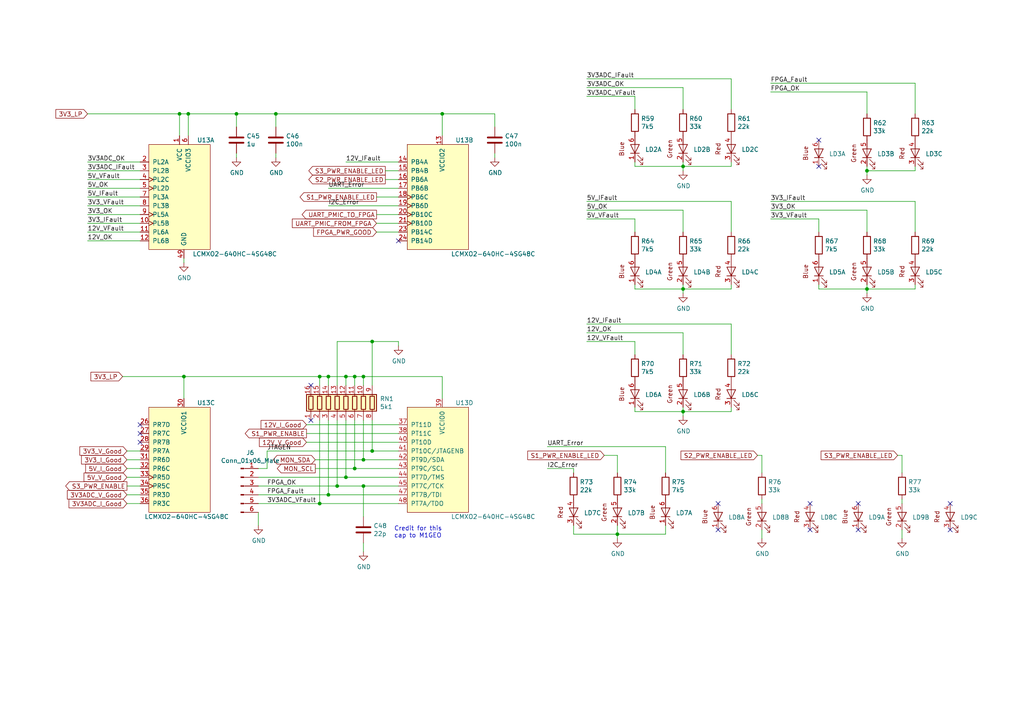
<source format=kicad_sch>
(kicad_sch (version 20210126) (generator eeschema)
  (paper "A4")
  (lib_symbols
    (symbol "Connector:Conn_01x06_Male" (pin_names (offset 1.016) hide)
      (property "Reference" "J" (at 0 7.62 0))
      (property "Value" "Conn_01x06_Male" (at 0 -10.16 0))
      (symbol "Conn_01x06_Male_1_1"
        (rectangle (start 0.8636 -7.493) (end 0 -7.747) (stroke (width 0.1524)) (fill (type outline)))
        (rectangle (start 0.8636 -4.953) (end 0 -5.207) (stroke (width 0.1524)) (fill (type outline)))
        (rectangle (start 0.8636 -2.413) (end 0 -2.667) (stroke (width 0.1524)) (fill (type outline)))
        (rectangle (start 0.8636 0.127) (end 0 -0.127) (stroke (width 0.1524)) (fill (type outline)))
        (rectangle (start 0.8636 2.667) (end 0 2.413) (stroke (width 0.1524)) (fill (type outline)))
        (rectangle (start 0.8636 5.207) (end 0 4.953) (stroke (width 0.1524)) (fill (type outline)))
        (polyline (pts (xy 1.27 -7.62) (xy 0.8636 -7.62)) (stroke (width 0.1524)))
        (polyline (pts (xy 1.27 -5.08) (xy 0.8636 -5.08)) (stroke (width 0.1524)))
        (polyline (pts (xy 1.27 -2.54) (xy 0.8636 -2.54)) (stroke (width 0.1524)))
        (polyline (pts (xy 1.27 0) (xy 0.8636 0)) (stroke (width 0.1524)))
        (polyline (pts (xy 1.27 2.54) (xy 0.8636 2.54)) (stroke (width 0.1524)))
        (polyline (pts (xy 1.27 5.08) (xy 0.8636 5.08)) (stroke (width 0.1524)))
        (pin passive line (at 5.08 5.08 180) (length 3.81) (name "Pin_1") (number "1"))
        (pin passive line (at 5.08 2.54 180) (length 3.81) (name "Pin_2") (number "2"))
        (pin passive line (at 5.08 0 180) (length 3.81) (name "Pin_3") (number "3"))
        (pin passive line (at 5.08 -2.54 180) (length 3.81) (name "Pin_4") (number "4"))
        (pin passive line (at 5.08 -5.08 180) (length 3.81) (name "Pin_5") (number "5"))
        (pin passive line (at 5.08 -7.62 180) (length 3.81) (name "Pin_6") (number "6"))
      )
    )
    (symbol "Device:C" (pin_numbers hide) (pin_names (offset 0.254))
      (property "Reference" "C" (at 0.635 2.54 0))
      (property "Value" "C" (at 0.635 -2.54 0))
      (symbol "C_0_1"
        (polyline (pts (xy -2.032 -0.762) (xy 2.032 -0.762)) (stroke (width 0.508)))
        (polyline (pts (xy -2.032 0.762) (xy 2.032 0.762)) (stroke (width 0.508)))
      )
      (symbol "C_1_1"
        (pin passive line (at 0 3.81 270) (length 2.794) (name "~") (number "1"))
        (pin passive line (at 0 -3.81 90) (length 2.794) (name "~") (number "2"))
      )
    )
    (symbol "Device:R" (pin_numbers hide) (pin_names (offset 0))
      (property "Reference" "R" (at 2.032 0 90))
      (property "Value" "R" (at 0 0 90))
      (symbol "R_0_1"
        (rectangle (start -1.016 -2.54) (end 1.016 2.54) (stroke (width 0.254)))
      )
      (symbol "R_1_1"
        (pin passive line (at 0 3.81 270) (length 1.27) (name "~") (number "1"))
        (pin passive line (at 0 -3.81 90) (length 1.27) (name "~") (number "2"))
      )
    )
    (symbol "Device:R_Pack08" (pin_names (offset 0) hide)
      (property "Reference" "RN" (at -12.7 0 90))
      (property "Value" "R_Pack08" (at 10.16 0 90))
      (symbol "R_Pack08_0_1"
        (rectangle (start -10.795 1.905) (end -9.525 -1.905) (stroke (width 0.254)))
        (rectangle (start -8.255 1.905) (end -6.985 -1.905) (stroke (width 0.254)))
        (rectangle (start -5.715 1.905) (end -4.445 -1.905) (stroke (width 0.254)))
        (rectangle (start -3.175 1.905) (end -1.905 -1.905) (stroke (width 0.254)))
        (rectangle (start -0.635 1.905) (end 0.635 -1.905) (stroke (width 0.254)))
        (rectangle (start 1.905 1.905) (end 3.175 -1.905) (stroke (width 0.254)))
        (rectangle (start 4.445 1.905) (end 5.715 -1.905) (stroke (width 0.254)))
        (rectangle (start 6.985 1.905) (end 8.255 -1.905) (stroke (width 0.254)))
        (rectangle (start -11.43 -2.413) (end 8.89 2.413) (stroke (width 0.254)) (fill (type background)))
        (polyline (pts (xy -10.16 -2.54) (xy -10.16 -1.905)))
        (polyline (pts (xy -10.16 1.905) (xy -10.16 2.54)))
        (polyline (pts (xy -7.62 -2.54) (xy -7.62 -1.905)))
        (polyline (pts (xy -7.62 1.905) (xy -7.62 2.54)))
        (polyline (pts (xy -5.08 -2.54) (xy -5.08 -1.905)))
        (polyline (pts (xy -5.08 1.905) (xy -5.08 2.54)))
        (polyline (pts (xy -2.54 -2.54) (xy -2.54 -1.905)))
        (polyline (pts (xy -2.54 1.905) (xy -2.54 2.54)))
        (polyline (pts (xy 0 -2.54) (xy 0 -1.905)))
        (polyline (pts (xy 0 1.905) (xy 0 2.54)))
        (polyline (pts (xy 2.54 -2.54) (xy 2.54 -1.905)))
        (polyline (pts (xy 2.54 1.905) (xy 2.54 2.54)))
        (polyline (pts (xy 5.08 -2.54) (xy 5.08 -1.905)))
        (polyline (pts (xy 5.08 1.905) (xy 5.08 2.54)))
        (polyline (pts (xy 7.62 -2.54) (xy 7.62 -1.905)))
        (polyline (pts (xy 7.62 1.905) (xy 7.62 2.54)))
      )
      (symbol "R_Pack08_1_1"
        (pin passive line (at -10.16 -5.08 90) (length 2.54) (name "R1.1") (number "1"))
        (pin passive line (at 5.08 5.08 270) (length 2.54) (name "R7.2") (number "10"))
        (pin passive line (at 2.54 5.08 270) (length 2.54) (name "R6.2") (number "11"))
        (pin passive line (at 0 5.08 270) (length 2.54) (name "R5.2") (number "12"))
        (pin passive line (at -2.54 5.08 270) (length 2.54) (name "R4.2") (number "13"))
        (pin passive line (at -5.08 5.08 270) (length 2.54) (name "R3.2") (number "14"))
        (pin passive line (at -7.62 5.08 270) (length 2.54) (name "R2.2") (number "15"))
        (pin passive line (at -10.16 5.08 270) (length 2.54) (name "R1.2") (number "16"))
        (pin passive line (at -7.62 -5.08 90) (length 2.54) (name "R2.1") (number "2"))
        (pin passive line (at -5.08 -5.08 90) (length 2.54) (name "R3.1") (number "3"))
        (pin passive line (at -2.54 -5.08 90) (length 2.54) (name "R4.1") (number "4"))
        (pin passive line (at 0 -5.08 90) (length 2.54) (name "R5.1") (number "5"))
        (pin passive line (at 2.54 -5.08 90) (length 2.54) (name "R6.1") (number "6"))
        (pin passive line (at 5.08 -5.08 90) (length 2.54) (name "R7.1") (number "7"))
        (pin passive line (at 7.62 -5.08 90) (length 2.54) (name "R8.1") (number "8"))
        (pin passive line (at 7.62 5.08 270) (length 2.54) (name "R8.2") (number "9"))
      )
    )
    (symbol "IC_WUT:FPGA_Lattice_LCMXO2-640HC-4SG48C" (pin_names (offset 1.016))
      (property "Reference" "U" (at 3.81 16.51 0))
      (property "Value" "FPGA_Lattice_LCMXO2-640HC-4SG48C" (at 20.32 -16.51 0))
      (symbol "FPGA_Lattice_LCMXO2-640HC-4SG48C_0_1"
        (rectangle (start -10.16 15.24) (end 7.62 -15.24) (fill (type background)))
      )
      (symbol "FPGA_Lattice_LCMXO2-640HC-4SG48C_1_1"
        (pin power_in line (at -1.27 17.78 270) (length 2.54) (name "VCC") (number "1"))
        (pin bidirectional clock (at -12.7 -7.62 0) (length 2.54) (name "PL5B") (number "10"))
        (pin bidirectional line (at -12.7 -10.16 0) (length 2.54) (name "PL6A") (number "11"))
        (pin bidirectional line (at -12.7 -12.7 0) (length 2.54) (name "PL6B") (number "12"))
        (pin bidirectional line (at -12.7 10.16 0) (length 2.54) (name "PL2A") (number "2"))
        (pin power_in line (at -1.27 17.78 270) (length 2.54) hide (name "VCC") (number "25"))
        (pin bidirectional line (at -12.7 7.62 0) (length 2.54) (name "PL2B~") (number "3"))
        (pin bidirectional clock (at -12.7 5.08 0) (length 2.54) (name "PL2C") (number "4"))
        (pin power_in line (at 0 -17.78 90) (length 2.54) (name "GND") (number "49"))
        (pin bidirectional clock (at -12.7 2.54 0) (length 2.54) (name "PL2D") (number "5"))
        (pin power_in line (at 1.27 17.78 270) (length 2.54) (name "VCCIO3") (number "6"))
        (pin bidirectional line (at -12.7 0 0) (length 2.54) (name "PL3A") (number "7"))
        (pin bidirectional line (at -12.7 -2.54 0) (length 2.54) (name "PL3B") (number "8"))
        (pin bidirectional clock (at -12.7 -5.08 0) (length 2.54) (name "PL5A") (number "9"))
      )
      (symbol "FPGA_Lattice_LCMXO2-640HC-4SG48C_2_1"
        (pin power_in line (at 0 17.78 270) (length 2.54) (name "VCCIO2") (number "13"))
        (pin bidirectional line (at -12.7 10.16 0) (length 2.54) (name "PB4A") (number "14"))
        (pin bidirectional line (at -12.7 7.62 0) (length 2.54) (name "PB4B") (number "15"))
        (pin bidirectional line (at -12.7 5.08 0) (length 2.54) (name "PB6A") (number "16"))
        (pin bidirectional line (at -12.7 2.54 0) (length 2.54) (name "PB6B") (number "17"))
        (pin bidirectional clock (at -12.7 0 0) (length 2.54) (name "PB6C") (number "18"))
        (pin bidirectional clock (at -12.7 -2.54 0) (length 2.54) (name "PB6D") (number "19"))
        (pin bidirectional clock (at -12.7 -5.08 0) (length 2.54) (name "PB10C") (number "20"))
        (pin bidirectional clock (at -12.7 -7.62 0) (length 2.54) (name "PB10D") (number "21"))
        (pin power_in line (at 0 17.78 270) (length 2.54) hide (name "VCCIO2") (number "22"))
        (pin bidirectional line (at -12.7 -10.16 0) (length 2.54) (name "PB14C") (number "23"))
        (pin bidirectional line (at -12.7 -12.7 0) (length 2.54) (name "PB14D") (number "24"))
      )
      (symbol "FPGA_Lattice_LCMXO2-640HC-4SG48C_3_1"
        (pin bidirectional line (at -12.7 10.16 0) (length 2.54) (name "PR7D") (number "26"))
        (pin bidirectional line (at -12.7 7.62 0) (length 2.54) (name "PR7C") (number "27"))
        (pin bidirectional line (at -12.7 5.08 0) (length 2.54) (name "PR7B") (number "28"))
        (pin bidirectional line (at -12.7 2.54 0) (length 2.54) (name "PR7A") (number "29"))
        (pin power_in line (at 0 17.78 270) (length 2.54) (name "VCCIO1") (number "30"))
        (pin bidirectional line (at -12.7 0 0) (length 2.54) (name "PR6D") (number "31"))
        (pin bidirectional line (at -12.7 -2.54 0) (length 2.54) (name "PR6C") (number "32"))
        (pin bidirectional clock (at -12.7 -5.08 0) (length 2.54) (name "PR5D") (number "33"))
        (pin bidirectional clock (at -12.7 -7.62 0) (length 2.54) (name "PR5C") (number "34"))
        (pin bidirectional line (at -12.7 -10.16 0) (length 2.54) (name "PR3D") (number "35"))
        (pin bidirectional line (at -12.7 -12.7 0) (length 2.54) (name "PR3C") (number "36"))
      )
      (symbol "FPGA_Lattice_LCMXO2-640HC-4SG48C_4_1"
        (pin bidirectional line (at -12.7 10.16 0) (length 2.54) (name "PT11D") (number "37"))
        (pin bidirectional line (at -12.7 7.62 0) (length 2.54) (name "PT11C") (number "38"))
        (pin power_in line (at 0 17.78 270) (length 2.54) (name "VCCIO0") (number "39"))
        (pin bidirectional line (at -12.7 5.08 0) (length 2.54) (name "PT10D") (number "40"))
        (pin bidirectional line (at -12.7 2.54 0) (length 2.54) (name "PT10C/JTAGENB") (number "41"))
        (pin bidirectional line (at -12.7 0 0) (length 2.54) (name "PT9D/SDA") (number "42"))
        (pin bidirectional line (at -12.7 -2.54 0) (length 2.54) (name "PT9C/SCL") (number "43"))
        (pin bidirectional line (at -12.7 -5.08 0) (length 2.54) (name "PT7D/TMS") (number "44"))
        (pin bidirectional line (at -12.7 -7.62 0) (length 2.54) (name "PT7C/TCK") (number "45"))
        (pin power_in line (at 0 17.78 270) (length 2.54) hide (name "VCCIO0") (number "46"))
        (pin bidirectional line (at -12.7 -10.16 0) (length 2.54) (name "PT7B/TDI") (number "47"))
        (pin bidirectional line (at -12.7 -12.7 0) (length 2.54) (name "PT7A/TDO") (number "48"))
      )
    )
    (symbol "LED_WUT:LED_Cree_CLX6E-FKC" (pin_names (offset 1.016))
      (property "Reference" "LD" (at 2.54 -2.54 0))
      (symbol "LED_Cree_CLX6E-FKC_1_0"
        (text "Blue" (at 0 3.81 0) (effects (font (size 1.27 1.27))))
      )
      (symbol "LED_Cree_CLX6E-FKC_1_1"
        (polyline (pts (xy -1.27 -1.27) (xy -1.27 1.27)) (stroke (width 0.2032)))
        (polyline (pts (xy -1.27 0) (xy 1.27 0)))
        (polyline (pts (xy 1.27 -1.27) (xy 1.27 1.27) (xy -1.27 0) (xy 1.27 -1.27)) (stroke (width 0.2032)))
        (polyline (pts (xy -3.048 -0.762) (xy -4.572 -2.286) (xy -3.81 -2.286) (xy -4.572 -2.286) (xy -4.572 -1.524)))
        (polyline (pts (xy -1.778 -0.762) (xy -3.302 -2.286) (xy -2.54 -2.286) (xy -3.302 -2.286) (xy -3.302 -1.524)))
        (pin passive line (at -3.81 0 0) (length 2.54) (name "~") (number "1"))
        (pin passive line (at 3.81 0 180) (length 2.54) (name "~") (number "6"))
      )
      (symbol "LED_Cree_CLX6E-FKC_2_1"
        (text "Green" (at 0 3.81 0) (effects (font (size 1.27 1.27))))
        (polyline (pts (xy -1.27 -1.27) (xy -1.27 1.27)) (stroke (width 0.2032)))
        (polyline (pts (xy -1.27 0) (xy 1.27 0)))
        (polyline (pts (xy 1.27 -1.27) (xy 1.27 1.27) (xy -1.27 0) (xy 1.27 -1.27)) (stroke (width 0.2032)))
        (polyline (pts (xy -3.048 -0.762) (xy -4.572 -2.286) (xy -3.81 -2.286) (xy -4.572 -2.286) (xy -4.572 -1.524)))
        (polyline (pts (xy -1.778 -0.762) (xy -3.302 -2.286) (xy -2.54 -2.286) (xy -3.302 -2.286) (xy -3.302 -1.524)))
        (pin passive line (at -3.81 0 0) (length 2.54) (name "~") (number "2"))
        (pin passive line (at 3.81 0 180) (length 2.54) (name "~") (number "5"))
      )
      (symbol "LED_Cree_CLX6E-FKC_3_1"
        (text "Red" (at 0 3.81 0) (effects (font (size 1.27 1.27))))
        (polyline (pts (xy -1.27 -1.27) (xy -1.27 1.27)) (stroke (width 0.2032)))
        (polyline (pts (xy -1.27 0) (xy 1.27 0)))
        (polyline (pts (xy 1.27 -1.27) (xy 1.27 1.27) (xy -1.27 0) (xy 1.27 -1.27)) (stroke (width 0.2032)))
        (polyline (pts (xy -3.048 -0.762) (xy -4.572 -2.286) (xy -3.81 -2.286) (xy -4.572 -2.286) (xy -4.572 -1.524)))
        (polyline (pts (xy -1.778 -0.762) (xy -3.302 -2.286) (xy -2.54 -2.286) (xy -3.302 -2.286) (xy -3.302 -1.524)))
        (pin passive line (at -3.81 0 0) (length 2.54) (name "~") (number "3"))
        (pin passive line (at 3.81 0 180) (length 2.54) (name "~") (number "4"))
      )
    )
    (symbol "power:GND" (power) (pin_names (offset 0))
      (property "Value" "GND" (at 0 -3.81 0))
      (symbol "GND_0_1"
        (polyline (pts (xy 0 0) (xy 0 -1.27) (xy 1.27 -1.27) (xy 0 -2.54) (xy -1.27 -1.27) (xy 0 -1.27)))
      )
      (symbol "GND_1_1"
        (pin power_in line (at 0 0 270) (length 0) hide (name "GND") (number "1"))
      )
    )
  )
  (junction (at 52.07 33.02) (diameter 0.9144))
  (junction (at 53.34 109.22) (diameter 0.9144))
  (junction (at 54.61 33.02) (diameter 0.9144))
  (junction (at 68.58 33.02) (diameter 0.9144))
  (junction (at 80.01 33.02) (diameter 0.9144))
  (junction (at 92.71 109.22) (diameter 0.9144))
  (junction (at 92.71 146.05) (diameter 0.9144))
  (junction (at 95.25 109.22) (diameter 0.9144))
  (junction (at 95.25 143.51) (diameter 0.9144))
  (junction (at 97.79 140.97) (diameter 0.9144))
  (junction (at 100.33 109.22) (diameter 0.9144))
  (junction (at 100.33 138.43) (diameter 0.9144))
  (junction (at 102.87 109.22) (diameter 0.9144))
  (junction (at 102.87 135.89) (diameter 0.9144))
  (junction (at 105.41 109.22) (diameter 0.9144))
  (junction (at 105.41 133.35) (diameter 0.9144))
  (junction (at 105.41 140.97) (diameter 0.9144))
  (junction (at 107.95 99.06) (diameter 0.9144))
  (junction (at 107.95 130.81) (diameter 0.9144))
  (junction (at 128.27 33.02) (diameter 0.9144))
  (junction (at 179.07 154.94) (diameter 0.9144))
  (junction (at 198.12 48.26) (diameter 0.9144))
  (junction (at 198.12 83.82) (diameter 0.9144))
  (junction (at 198.12 119.38) (diameter 0.9144))
  (junction (at 251.46 49.53) (diameter 0.9144))
  (junction (at 251.46 83.82) (diameter 0.9144))
  (no_connect (at 40.64 123.19))
  (no_connect (at 40.64 125.73))
  (no_connect (at 40.64 128.27))
  (no_connect (at 90.17 111.76))
  (no_connect (at 90.17 121.92))
  (no_connect (at 115.57 69.85))
  (no_connect (at 208.28 146.05))
  (no_connect (at 208.28 153.67))
  (no_connect (at 234.95 146.05))
  (no_connect (at 234.95 153.67))
  (no_connect (at 237.49 40.64))
  (no_connect (at 237.49 48.26))
  (no_connect (at 248.92 146.05))
  (no_connect (at 248.92 153.67))
  (no_connect (at 275.59 146.05))
  (no_connect (at 275.59 153.67))
  (wire (pts (xy 25.4 33.02) (xy 52.07 33.02)))
  (wire (pts (xy 25.4 46.99) (xy 40.64 46.99)))
  (wire (pts (xy 25.4 49.53) (xy 40.64 49.53)))
  (wire (pts (xy 25.4 52.07) (xy 40.64 52.07)))
  (wire (pts (xy 25.4 54.61) (xy 40.64 54.61)))
  (wire (pts (xy 25.4 57.15) (xy 40.64 57.15)))
  (wire (pts (xy 25.4 59.69) (xy 40.64 59.69)))
  (wire (pts (xy 25.4 62.23) (xy 40.64 62.23)))
  (wire (pts (xy 25.4 64.77) (xy 40.64 64.77)))
  (wire (pts (xy 25.4 67.31) (xy 40.64 67.31)))
  (wire (pts (xy 25.4 69.85) (xy 40.64 69.85)))
  (wire (pts (xy 35.56 109.22) (xy 53.34 109.22)))
  (wire (pts (xy 36.83 130.81) (xy 40.64 130.81)))
  (wire (pts (xy 36.83 133.35) (xy 40.64 133.35)))
  (wire (pts (xy 36.83 135.89) (xy 40.64 135.89)))
  (wire (pts (xy 36.83 138.43) (xy 40.64 138.43)))
  (wire (pts (xy 36.83 140.97) (xy 40.64 140.97)))
  (wire (pts (xy 36.83 143.51) (xy 40.64 143.51)))
  (wire (pts (xy 40.64 146.05) (xy 36.83 146.05)))
  (wire (pts (xy 52.07 33.02) (xy 54.61 33.02)))
  (wire (pts (xy 52.07 39.37) (xy 52.07 33.02)))
  (wire (pts (xy 53.34 76.2) (xy 53.34 74.93)))
  (wire (pts (xy 53.34 109.22) (xy 92.71 109.22)))
  (wire (pts (xy 53.34 115.57) (xy 53.34 109.22)))
  (wire (pts (xy 54.61 33.02) (xy 68.58 33.02)))
  (wire (pts (xy 54.61 39.37) (xy 54.61 33.02)))
  (wire (pts (xy 68.58 33.02) (xy 80.01 33.02)))
  (wire (pts (xy 68.58 36.83) (xy 68.58 33.02)))
  (wire (pts (xy 68.58 45.72) (xy 68.58 44.45)))
  (wire (pts (xy 74.93 138.43) (xy 100.33 138.43)))
  (wire (pts (xy 74.93 140.97) (xy 97.79 140.97)))
  (wire (pts (xy 74.93 143.51) (xy 95.25 143.51)))
  (wire (pts (xy 74.93 146.05) (xy 92.71 146.05)))
  (wire (pts (xy 74.93 152.4) (xy 74.93 148.59)))
  (wire (pts (xy 77.47 130.81) (xy 77.47 135.89)))
  (wire (pts (xy 77.47 130.81) (xy 107.95 130.81)))
  (wire (pts (xy 77.47 135.89) (xy 74.93 135.89)))
  (wire (pts (xy 80.01 33.02) (xy 128.27 33.02)))
  (wire (pts (xy 80.01 36.83) (xy 80.01 33.02)))
  (wire (pts (xy 80.01 45.72) (xy 80.01 44.45)))
  (wire (pts (xy 88.9 123.19) (xy 115.57 123.19)))
  (wire (pts (xy 88.9 128.27) (xy 115.57 128.27)))
  (wire (pts (xy 92.71 109.22) (xy 95.25 109.22)))
  (wire (pts (xy 92.71 111.76) (xy 92.71 109.22)))
  (wire (pts (xy 92.71 121.92) (xy 92.71 146.05)))
  (wire (pts (xy 92.71 146.05) (xy 115.57 146.05)))
  (wire (pts (xy 95.25 54.61) (xy 115.57 54.61)))
  (wire (pts (xy 95.25 59.69) (xy 115.57 59.69)))
  (wire (pts (xy 95.25 109.22) (xy 100.33 109.22)))
  (wire (pts (xy 95.25 111.76) (xy 95.25 109.22)))
  (wire (pts (xy 95.25 121.92) (xy 95.25 143.51)))
  (wire (pts (xy 95.25 143.51) (xy 115.57 143.51)))
  (wire (pts (xy 97.79 99.06) (xy 97.79 111.76)))
  (wire (pts (xy 97.79 121.92) (xy 97.79 140.97)))
  (wire (pts (xy 97.79 140.97) (xy 105.41 140.97)))
  (wire (pts (xy 100.33 46.99) (xy 115.57 46.99)))
  (wire (pts (xy 100.33 109.22) (xy 102.87 109.22)))
  (wire (pts (xy 100.33 111.76) (xy 100.33 109.22)))
  (wire (pts (xy 100.33 121.92) (xy 100.33 138.43)))
  (wire (pts (xy 100.33 138.43) (xy 115.57 138.43)))
  (wire (pts (xy 102.87 109.22) (xy 105.41 109.22)))
  (wire (pts (xy 102.87 111.76) (xy 102.87 109.22)))
  (wire (pts (xy 102.87 121.92) (xy 102.87 135.89)))
  (wire (pts (xy 102.87 135.89) (xy 91.44 135.89)))
  (wire (pts (xy 102.87 135.89) (xy 115.57 135.89)))
  (wire (pts (xy 105.41 109.22) (xy 128.27 109.22)))
  (wire (pts (xy 105.41 111.76) (xy 105.41 109.22)))
  (wire (pts (xy 105.41 121.92) (xy 105.41 133.35)))
  (wire (pts (xy 105.41 133.35) (xy 91.44 133.35)))
  (wire (pts (xy 105.41 133.35) (xy 115.57 133.35)))
  (wire (pts (xy 105.41 140.97) (xy 115.57 140.97)))
  (wire (pts (xy 105.41 149.86) (xy 105.41 140.97)))
  (wire (pts (xy 105.41 160.02) (xy 105.41 157.48)))
  (wire (pts (xy 107.95 99.06) (xy 97.79 99.06)))
  (wire (pts (xy 107.95 111.76) (xy 107.95 99.06)))
  (wire (pts (xy 107.95 121.92) (xy 107.95 130.81)))
  (wire (pts (xy 107.95 130.81) (xy 115.57 130.81)))
  (wire (pts (xy 109.22 67.31) (xy 115.57 67.31)))
  (wire (pts (xy 111.76 49.53) (xy 115.57 49.53)))
  (wire (pts (xy 111.76 52.07) (xy 115.57 52.07)))
  (wire (pts (xy 115.57 57.15) (xy 109.22 57.15)))
  (wire (pts (xy 115.57 62.23) (xy 109.22 62.23)))
  (wire (pts (xy 115.57 64.77) (xy 109.22 64.77)))
  (wire (pts (xy 115.57 99.06) (xy 107.95 99.06)))
  (wire (pts (xy 115.57 100.33) (xy 115.57 99.06)))
  (wire (pts (xy 115.57 125.73) (xy 88.9 125.73)))
  (wire (pts (xy 128.27 33.02) (xy 143.51 33.02)))
  (wire (pts (xy 128.27 39.37) (xy 128.27 33.02)))
  (wire (pts (xy 128.27 109.22) (xy 128.27 115.57)))
  (wire (pts (xy 143.51 36.83) (xy 143.51 33.02)))
  (wire (pts (xy 143.51 45.72) (xy 143.51 44.45)))
  (wire (pts (xy 166.37 135.89) (xy 158.75 135.89)))
  (wire (pts (xy 166.37 137.16) (xy 166.37 135.89)))
  (wire (pts (xy 166.37 152.4) (xy 166.37 154.94)))
  (wire (pts (xy 175.26 132.08) (xy 179.07 132.08)))
  (wire (pts (xy 179.07 137.16) (xy 179.07 132.08)))
  (wire (pts (xy 179.07 152.4) (xy 179.07 154.94)))
  (wire (pts (xy 179.07 154.94) (xy 166.37 154.94)))
  (wire (pts (xy 179.07 156.21) (xy 179.07 154.94)))
  (wire (pts (xy 184.15 27.94) (xy 170.18 27.94)))
  (wire (pts (xy 184.15 27.94) (xy 184.15 31.75)))
  (wire (pts (xy 184.15 46.99) (xy 184.15 48.26)))
  (wire (pts (xy 184.15 48.26) (xy 198.12 48.26)))
  (wire (pts (xy 184.15 63.5) (xy 170.18 63.5)))
  (wire (pts (xy 184.15 63.5) (xy 184.15 67.31)))
  (wire (pts (xy 184.15 82.55) (xy 184.15 83.82)))
  (wire (pts (xy 184.15 83.82) (xy 198.12 83.82)))
  (wire (pts (xy 184.15 99.06) (xy 170.18 99.06)))
  (wire (pts (xy 184.15 99.06) (xy 184.15 102.87)))
  (wire (pts (xy 184.15 118.11) (xy 184.15 119.38)))
  (wire (pts (xy 184.15 119.38) (xy 198.12 119.38)))
  (wire (pts (xy 193.04 129.54) (xy 158.75 129.54)))
  (wire (pts (xy 193.04 137.16) (xy 193.04 129.54)))
  (wire (pts (xy 193.04 152.4) (xy 193.04 154.94)))
  (wire (pts (xy 193.04 154.94) (xy 179.07 154.94)))
  (wire (pts (xy 198.12 25.4) (xy 170.18 25.4)))
  (wire (pts (xy 198.12 25.4) (xy 198.12 31.75)))
  (wire (pts (xy 198.12 46.99) (xy 198.12 48.26)))
  (wire (pts (xy 198.12 48.26) (xy 212.09 48.26)))
  (wire (pts (xy 198.12 49.53) (xy 198.12 48.26)))
  (wire (pts (xy 198.12 60.96) (xy 170.18 60.96)))
  (wire (pts (xy 198.12 60.96) (xy 198.12 67.31)))
  (wire (pts (xy 198.12 82.55) (xy 198.12 83.82)))
  (wire (pts (xy 198.12 83.82) (xy 212.09 83.82)))
  (wire (pts (xy 198.12 85.09) (xy 198.12 83.82)))
  (wire (pts (xy 198.12 96.52) (xy 170.18 96.52)))
  (wire (pts (xy 198.12 96.52) (xy 198.12 102.87)))
  (wire (pts (xy 198.12 118.11) (xy 198.12 119.38)))
  (wire (pts (xy 198.12 119.38) (xy 212.09 119.38)))
  (wire (pts (xy 198.12 120.65) (xy 198.12 119.38)))
  (wire (pts (xy 212.09 22.86) (xy 170.18 22.86)))
  (wire (pts (xy 212.09 22.86) (xy 212.09 31.75)))
  (wire (pts (xy 212.09 48.26) (xy 212.09 46.99)))
  (wire (pts (xy 212.09 58.42) (xy 170.18 58.42)))
  (wire (pts (xy 212.09 58.42) (xy 212.09 67.31)))
  (wire (pts (xy 212.09 83.82) (xy 212.09 82.55)))
  (wire (pts (xy 212.09 93.98) (xy 170.18 93.98)))
  (wire (pts (xy 212.09 93.98) (xy 212.09 102.87)))
  (wire (pts (xy 212.09 119.38) (xy 212.09 118.11)))
  (wire (pts (xy 219.71 132.08) (xy 220.98 132.08)))
  (wire (pts (xy 220.98 137.16) (xy 220.98 132.08)))
  (wire (pts (xy 220.98 144.78) (xy 220.98 146.05)))
  (wire (pts (xy 220.98 153.67) (xy 220.98 156.21)))
  (wire (pts (xy 237.49 63.5) (xy 223.52 63.5)))
  (wire (pts (xy 237.49 63.5) (xy 237.49 67.31)))
  (wire (pts (xy 237.49 82.55) (xy 237.49 83.82)))
  (wire (pts (xy 237.49 83.82) (xy 251.46 83.82)))
  (wire (pts (xy 251.46 26.67) (xy 223.52 26.67)))
  (wire (pts (xy 251.46 26.67) (xy 251.46 33.02)))
  (wire (pts (xy 251.46 48.26) (xy 251.46 49.53)))
  (wire (pts (xy 251.46 49.53) (xy 265.43 49.53)))
  (wire (pts (xy 251.46 50.8) (xy 251.46 49.53)))
  (wire (pts (xy 251.46 60.96) (xy 223.52 60.96)))
  (wire (pts (xy 251.46 60.96) (xy 251.46 67.31)))
  (wire (pts (xy 251.46 82.55) (xy 251.46 83.82)))
  (wire (pts (xy 251.46 83.82) (xy 265.43 83.82)))
  (wire (pts (xy 251.46 85.09) (xy 251.46 83.82)))
  (wire (pts (xy 261.62 132.08) (xy 260.35 132.08)))
  (wire (pts (xy 261.62 137.16) (xy 261.62 132.08)))
  (wire (pts (xy 261.62 144.78) (xy 261.62 146.05)))
  (wire (pts (xy 261.62 153.67) (xy 261.62 156.21)))
  (wire (pts (xy 265.43 24.13) (xy 223.52 24.13)))
  (wire (pts (xy 265.43 24.13) (xy 265.43 33.02)))
  (wire (pts (xy 265.43 49.53) (xy 265.43 48.26)))
  (wire (pts (xy 265.43 58.42) (xy 223.52 58.42)))
  (wire (pts (xy 265.43 58.42) (xy 265.43 67.31)))
  (wire (pts (xy 265.43 83.82) (xy 265.43 82.55)))
  (text "Credit for this\ncap to M1GEO" (at 114.3 156.21 0) (effects (font (size 1.27 1.27)) (justify left bottom)))
  (label "3V3ADC_OK" (at 25.4 46.99 0))
  (label "3V3ADC_IFault" (at 25.4 49.53 0))
  (label "5V_VFault" (at 25.4 52.07 0))
  (label "5V_OK" (at 25.4 54.61 0))
  (label "5V_IFault" (at 25.4 57.15 0))
  (label "3V3_VFault" (at 25.4 59.69 0))
  (label "3V3_OK" (at 25.4 62.23 0))
  (label "3V3_IFault" (at 25.4 64.77 0))
  (label "12V_VFault" (at 25.4 67.31 0))
  (label "12V_OK" (at 25.4 69.85 0))
  (label "JTAGEN" (at 77.47 130.81 0))
  (label "FPGA_OK" (at 77.47 140.97 0))
  (label "FPGA_Fault" (at 77.47 143.51 0))
  (label "3V3ADC_VFault" (at 77.47 146.05 0))
  (label "UART_Error" (at 95.25 54.61 0))
  (label "I2C_Error" (at 95.25 59.69 0))
  (label "12V_IFault" (at 100.33 46.99 0))
  (label "UART_Error" (at 158.75 129.54 0))
  (label "I2C_Error" (at 158.75 135.89 0))
  (label "3V3ADC_IFault" (at 170.18 22.86 0))
  (label "3V3ADC_OK" (at 170.18 25.4 0))
  (label "3V3ADC_VFault" (at 170.18 27.94 0))
  (label "5V_IFault" (at 170.18 58.42 0))
  (label "5V_OK" (at 170.18 60.96 0))
  (label "5V_VFault" (at 170.18 63.5 0))
  (label "12V_IFault" (at 170.18 93.98 0))
  (label "12V_OK" (at 170.18 96.52 0))
  (label "12V_VFault" (at 170.18 99.06 0))
  (label "FPGA_Fault" (at 223.52 24.13 0))
  (label "FPGA_OK" (at 223.52 26.67 0))
  (label "3V3_IFault" (at 223.52 58.42 0))
  (label "3V3_OK" (at 223.52 60.96 0))
  (label "3V3_VFault" (at 223.52 63.5 0))
  (global_label "3V3_LP" (shape input) (at 25.4 33.02 180) (property "Intersheet References" "${INTERSHEET_REFS}" (effects hide)))
  (global_label "3V3_LP" (shape input) (at 35.56 109.22 180) (property "Intersheet References" "${INTERSHEET_REFS}" (effects hide)))
  (global_label "3V3_V_Good" (shape input) (at 36.83 130.81 180) (property "Intersheet References" "${INTERSHEET_REFS}" (effects hide)))
  (global_label "3V3_I_Good" (shape input) (at 36.83 133.35 180) (property "Intersheet References" "${INTERSHEET_REFS}" (effects hide)))
  (global_label "5V_I_Good" (shape input) (at 36.83 135.89 180) (property "Intersheet References" "${INTERSHEET_REFS}" (effects hide)))
  (global_label "5V_V_Good" (shape input) (at 36.83 138.43 180) (property "Intersheet References" "${INTERSHEET_REFS}" (effects hide)))
  (global_label "S3_PWR_ENABLE" (shape output) (at 36.83 140.97 180) (property "Intersheet References" "${INTERSHEET_REFS}" (effects hide)))
  (global_label "3V3ADC_V_Good" (shape input) (at 36.83 143.51 180) (property "Intersheet References" "${INTERSHEET_REFS}" (effects hide)))
  (global_label "3V3ADC_I_Good" (shape input) (at 36.83 146.05 180) (property "Intersheet References" "${INTERSHEET_REFS}" (effects hide)))
  (global_label "12V_I_Good" (shape input) (at 88.9 123.19 180) (property "Intersheet References" "${INTERSHEET_REFS}" (effects hide)))
  (global_label "S1_PWR_ENABLE" (shape output) (at 88.9 125.73 180) (property "Intersheet References" "${INTERSHEET_REFS}" (effects hide)))
  (global_label "12V_V_Good" (shape input) (at 88.9 128.27 180) (property "Intersheet References" "${INTERSHEET_REFS}" (effects hide)))
  (global_label "MON_SDA" (shape bidirectional) (at 91.44 133.35 180) (property "Intersheet References" "${INTERSHEET_REFS}" (effects hide)))
  (global_label "MON_SCL" (shape output) (at 91.44 135.89 180) (property "Intersheet References" "${INTERSHEET_REFS}" (effects hide)))
  (global_label "S1_PWR_ENABLE_LED" (shape output) (at 109.22 57.15 180) (property "Intersheet References" "${INTERSHEET_REFS}" (effects hide)))
  (global_label "UART_PMIC_TO_FPGA" (shape output) (at 109.22 62.23 180) (property "Intersheet References" "${INTERSHEET_REFS}" (effects hide)))
  (global_label "UART_PMIC_FROM_FPGA" (shape input) (at 109.22 64.77 180) (property "Intersheet References" "${INTERSHEET_REFS}" (effects hide)))
  (global_label "FPGA_PWR_GOOD" (shape input) (at 109.22 67.31 180) (property "Intersheet References" "${INTERSHEET_REFS}" (effects hide)))
  (global_label "S3_PWR_ENABLE_LED" (shape output) (at 111.76 49.53 180) (property "Intersheet References" "${INTERSHEET_REFS}" (effects hide)))
  (global_label "S2_PWR_ENABLE_LED" (shape output) (at 111.76 52.07 180) (property "Intersheet References" "${INTERSHEET_REFS}" (effects hide)))
  (global_label "S1_PWR_ENABLE_LED" (shape input) (at 175.26 132.08 180) (property "Intersheet References" "${INTERSHEET_REFS}" (effects hide)))
  (global_label "S2_PWR_ENABLE_LED" (shape input) (at 219.71 132.08 180) (property "Intersheet References" "${INTERSHEET_REFS}" (effects hide)))
  (global_label "S3_PWR_ENABLE_LED" (shape input) (at 260.35 132.08 180) (property "Intersheet References" "${INTERSHEET_REFS}" (effects hide)))
  (symbol (lib_id "power:GND") (at 53.34 76.2 0) (unit 1)
    (property "Reference" "#PWR074" (effects hide))
    (property "Value" "GND" (at 53.467 80.5942 0))
  )
  (symbol (lib_id "power:GND") (at 68.58 45.72 0) (unit 1)
    (property "Reference" "#PWR069" (effects hide))
    (property "Value" "GND" (at 68.707 50.1142 0))
  )
  (symbol (lib_id "power:GND") (at 74.93 152.4 0) (unit 1)
    (property "Reference" "#PWR079" (effects hide))
    (property "Value" "GND" (at 75.057 156.7942 0))
  )
  (symbol (lib_id "power:GND") (at 80.01 45.72 0) (unit 1)
    (property "Reference" "#PWR070" (effects hide))
    (property "Value" "GND" (at 80.137 50.1142 0))
  )
  (symbol (lib_id "power:GND") (at 105.41 160.02 0) (unit 1)
    (property "Reference" "#PWR083" (effects hide))
    (property "Value" "GND" (at 105.537 164.4142 0))
  )
  (symbol (lib_id "power:GND") (at 115.57 100.33 0) (unit 1)
    (property "Reference" "#PWR077" (effects hide))
    (property "Value" "GND" (at 115.697 104.7242 0))
  )
  (symbol (lib_id "power:GND") (at 143.51 45.72 0) (unit 1)
    (property "Reference" "#PWR071" (effects hide))
    (property "Value" "GND" (at 143.637 50.1142 0))
  )
  (symbol (lib_id "power:GND") (at 179.07 156.21 0) (unit 1)
    (property "Reference" "#PWR080" (effects hide))
    (property "Value" "GND" (at 179.197 160.6042 0))
  )
  (symbol (lib_id "power:GND") (at 198.12 49.53 0) (unit 1)
    (property "Reference" "#PWR072" (effects hide))
    (property "Value" "GND" (at 198.247 53.9242 0))
  )
  (symbol (lib_id "power:GND") (at 198.12 85.09 0) (unit 1)
    (property "Reference" "#PWR075" (effects hide))
    (property "Value" "GND" (at 198.247 89.4842 0))
  )
  (symbol (lib_id "power:GND") (at 198.12 120.65 0) (unit 1)
    (property "Reference" "#PWR078" (effects hide))
    (property "Value" "GND" (at 198.247 125.0442 0))
  )
  (symbol (lib_id "power:GND") (at 220.98 156.21 0) (unit 1)
    (property "Reference" "#PWR081" (effects hide))
    (property "Value" "GND" (at 221.107 160.6042 0))
  )
  (symbol (lib_id "power:GND") (at 251.46 50.8 0) (unit 1)
    (property "Reference" "#PWR073" (effects hide))
    (property "Value" "GND" (at 251.587 55.1942 0))
  )
  (symbol (lib_id "power:GND") (at 251.46 85.09 0) (unit 1)
    (property "Reference" "#PWR076" (effects hide))
    (property "Value" "GND" (at 251.587 89.4842 0))
  )
  (symbol (lib_id "power:GND") (at 261.62 156.21 0) (unit 1)
    (property "Reference" "#PWR082" (effects hide))
    (property "Value" "GND" (at 261.747 160.6042 0))
  )
  (symbol (lib_id "Device:R") (at 166.37 140.97 0) (unit 1)
    (property "Reference" "R73" (at 168.148 139.8016 0) (effects (justify left)))
    (property "Value" "22k" (at 168.148 142.113 0) (effects (justify left)))
    (property "Footprint" "Resistor_SMD:R_0603_1608Metric" (effects hide))
  )
  (symbol (lib_id "Device:R") (at 179.07 140.97 0) (unit 1)
    (property "Reference" "R74" (at 180.848 139.8016 0) (effects (justify left)))
    (property "Value" "33k" (at 180.848 142.113 0) (effects (justify left)))
    (property "Footprint" "Resistor_SMD:R_0603_1608Metric" (effects hide))
  )
  (symbol (lib_id "Device:R") (at 184.15 35.56 0) (unit 1)
    (property "Reference" "R59" (at 185.928 34.3916 0) (effects (justify left)))
    (property "Value" "7k5" (at 185.928 36.703 0) (effects (justify left)))
    (property "Footprint" "Resistor_SMD:R_0603_1608Metric" (effects hide))
  )
  (symbol (lib_id "Device:R") (at 184.15 71.12 0) (unit 1)
    (property "Reference" "R64" (at 185.928 69.9516 0) (effects (justify left)))
    (property "Value" "7k5" (at 185.928 72.263 0) (effects (justify left)))
    (property "Footprint" "Resistor_SMD:R_0603_1608Metric" (effects hide))
  )
  (symbol (lib_id "Device:R") (at 184.15 106.68 0) (unit 1)
    (property "Reference" "R70" (at 185.928 105.5116 0) (effects (justify left)))
    (property "Value" "7k5" (at 185.928 107.823 0) (effects (justify left)))
    (property "Footprint" "Resistor_SMD:R_0603_1608Metric" (effects hide))
  )
  (symbol (lib_id "Device:R") (at 193.04 140.97 0) (unit 1)
    (property "Reference" "R75" (at 194.818 139.8016 0) (effects (justify left)))
    (property "Value" "7k5" (at 194.818 142.113 0) (effects (justify left)))
    (property "Footprint" "Resistor_SMD:R_0603_1608Metric" (effects hide))
  )
  (symbol (lib_id "Device:R") (at 198.12 35.56 0) (unit 1)
    (property "Reference" "R60" (at 199.898 34.3916 0) (effects (justify left)))
    (property "Value" "33k" (at 199.898 36.703 0) (effects (justify left)))
    (property "Footprint" "Resistor_SMD:R_0603_1608Metric" (effects hide))
  )
  (symbol (lib_id "Device:R") (at 198.12 71.12 0) (unit 1)
    (property "Reference" "R65" (at 199.898 69.9516 0) (effects (justify left)))
    (property "Value" "33k" (at 199.898 72.263 0) (effects (justify left)))
    (property "Footprint" "Resistor_SMD:R_0603_1608Metric" (effects hide))
  )
  (symbol (lib_id "Device:R") (at 198.12 106.68 0) (unit 1)
    (property "Reference" "R71" (at 199.898 105.5116 0) (effects (justify left)))
    (property "Value" "33k" (at 199.898 107.823 0) (effects (justify left)))
    (property "Footprint" "Resistor_SMD:R_0603_1608Metric" (effects hide))
  )
  (symbol (lib_id "Device:R") (at 212.09 35.56 0) (unit 1)
    (property "Reference" "R61" (at 213.868 34.3916 0) (effects (justify left)))
    (property "Value" "22k" (at 213.868 36.703 0) (effects (justify left)))
    (property "Footprint" "Resistor_SMD:R_0603_1608Metric" (effects hide))
  )
  (symbol (lib_id "Device:R") (at 212.09 71.12 0) (unit 1)
    (property "Reference" "R66" (at 213.868 69.9516 0) (effects (justify left)))
    (property "Value" "22k" (at 213.868 72.263 0) (effects (justify left)))
    (property "Footprint" "Resistor_SMD:R_0603_1608Metric" (effects hide))
  )
  (symbol (lib_id "Device:R") (at 212.09 106.68 0) (unit 1)
    (property "Reference" "R72" (at 213.868 105.5116 0) (effects (justify left)))
    (property "Value" "22k" (at 213.868 107.823 0) (effects (justify left)))
    (property "Footprint" "Resistor_SMD:R_0603_1608Metric" (effects hide))
  )
  (symbol (lib_id "Device:R") (at 220.98 140.97 0) (unit 1)
    (property "Reference" "R76" (at 222.758 139.8016 0) (effects (justify left)))
    (property "Value" "33k" (at 222.758 142.113 0) (effects (justify left)))
    (property "Footprint" "Resistor_SMD:R_0603_1608Metric" (effects hide))
  )
  (symbol (lib_id "Device:R") (at 237.49 71.12 0) (unit 1)
    (property "Reference" "R67" (at 239.268 69.9516 0) (effects (justify left)))
    (property "Value" "7k5" (at 239.268 72.263 0) (effects (justify left)))
    (property "Footprint" "Resistor_SMD:R_0603_1608Metric" (effects hide))
  )
  (symbol (lib_id "Device:R") (at 251.46 36.83 0) (unit 1)
    (property "Reference" "R62" (at 253.238 35.6616 0) (effects (justify left)))
    (property "Value" "33k" (at 253.238 37.973 0) (effects (justify left)))
    (property "Footprint" "Resistor_SMD:R_0603_1608Metric" (effects hide))
  )
  (symbol (lib_id "Device:R") (at 251.46 71.12 0) (unit 1)
    (property "Reference" "R68" (at 253.238 69.9516 0) (effects (justify left)))
    (property "Value" "33k" (at 253.238 72.263 0) (effects (justify left)))
    (property "Footprint" "Resistor_SMD:R_0603_1608Metric" (effects hide))
  )
  (symbol (lib_id "Device:R") (at 261.62 140.97 0) (unit 1)
    (property "Reference" "R77" (at 263.398 139.8016 0) (effects (justify left)))
    (property "Value" "33k" (at 263.398 142.113 0) (effects (justify left)))
    (property "Footprint" "Resistor_SMD:R_0603_1608Metric" (effects hide))
  )
  (symbol (lib_id "Device:R") (at 265.43 36.83 0) (unit 1)
    (property "Reference" "R63" (at 267.208 35.6616 0) (effects (justify left)))
    (property "Value" "22k" (at 267.208 37.973 0) (effects (justify left)))
    (property "Footprint" "Resistor_SMD:R_0603_1608Metric" (effects hide))
  )
  (symbol (lib_id "Device:R") (at 265.43 71.12 0) (unit 1)
    (property "Reference" "R69" (at 267.208 69.9516 0) (effects (justify left)))
    (property "Value" "22k" (at 267.208 72.263 0) (effects (justify left)))
    (property "Footprint" "Resistor_SMD:R_0603_1608Metric" (effects hide))
  )
  (symbol (lib_id "Device:C") (at 68.58 40.64 0) (unit 1)
    (property "Reference" "C45" (at 71.501 39.4716 0) (effects (justify left)))
    (property "Value" "1u" (at 71.501 41.783 0) (effects (justify left)))
    (property "Footprint" "Capacitor_SMD:C_0603_1608Metric" (effects hide))
  )
  (symbol (lib_id "Device:C") (at 80.01 40.64 0) (unit 1)
    (property "Reference" "C46" (at 82.931 39.4716 0) (effects (justify left)))
    (property "Value" "100n" (at 82.931 41.783 0) (effects (justify left)))
    (property "Footprint" "Capacitor_SMD:C_0603_1608Metric" (effects hide))
  )
  (symbol (lib_id "Device:C") (at 105.41 153.67 0) (unit 1)
    (property "Reference" "C48" (at 108.331 152.5016 0) (effects (justify left)))
    (property "Value" "22p" (at 108.331 154.813 0) (effects (justify left)))
    (property "Footprint" "Capacitor_SMD:C_0603_1608Metric" (effects hide))
  )
  (symbol (lib_id "Device:C") (at 143.51 40.64 0) (unit 1)
    (property "Reference" "C47" (at 146.431 39.4716 0) (effects (justify left)))
    (property "Value" "100n" (at 146.431 41.783 0) (effects (justify left)))
    (property "Footprint" "Capacitor_SMD:C_0603_1608Metric" (effects hide))
  )
  (symbol (lib_id "LED_WUT:LED_Cree_CLX6E-FKC") (at 166.37 148.59 90) (unit 3)
    (property "Reference" "LD7" (at 169.3672 148.7678 90) (effects (justify right)))
    (property "Value" "LED_Cree_CLX6E-FKC" (effects hide))
    (property "Footprint" "LED_SMD:LED_RGB_PLCC-6" (effects hide))
    (property "Datasheet" "https://www.cree.com/led-components/media/documents/ds-CLX6E-FKC-1359.pdf" (effects hide))
  )
  (symbol (lib_id "LED_WUT:LED_Cree_CLX6E-FKC") (at 179.07 148.59 90) (unit 2)
    (property "Reference" "LD7" (at 182.0672 148.7678 90) (effects (justify right)))
    (property "Value" "LED_Cree_CLX6E-FKC" (effects hide))
    (property "Footprint" "LED_SMD:LED_RGB_PLCC-6" (effects hide))
    (property "Datasheet" "https://www.cree.com/led-components/media/documents/ds-CLX6E-FKC-1359.pdf" (effects hide))
  )
  (symbol (lib_id "LED_WUT:LED_Cree_CLX6E-FKC") (at 184.15 43.18 90) (unit 1)
    (property "Reference" "LD2" (at 187.1218 43.3578 90) (effects (justify right)))
    (property "Value" "LED_Cree_CLX6E-FKC" (effects hide))
    (property "Footprint" "LED_SMD:LED_RGB_PLCC-6" (effects hide))
    (property "Datasheet" "https://www.cree.com/led-components/media/documents/ds-CLX6E-FKC-1359.pdf" (effects hide))
  )
  (symbol (lib_id "LED_WUT:LED_Cree_CLX6E-FKC") (at 184.15 78.74 90) (unit 1)
    (property "Reference" "LD4" (at 187.1218 78.9178 90) (effects (justify right)))
    (property "Value" "LED_Cree_CLX6E-FKC" (effects hide))
    (property "Footprint" "LED_SMD:LED_RGB_PLCC-6" (effects hide))
    (property "Datasheet" "https://www.cree.com/led-components/media/documents/ds-CLX6E-FKC-1359.pdf" (effects hide))
  )
  (symbol (lib_id "LED_WUT:LED_Cree_CLX6E-FKC") (at 184.15 114.3 90) (unit 1)
    (property "Reference" "LD6" (at 187.1218 114.4778 90) (effects (justify right)))
    (property "Value" "LED_Cree_CLX6E-FKC" (effects hide))
    (property "Footprint" "LED_SMD:LED_RGB_PLCC-6" (effects hide))
    (property "Datasheet" "https://www.cree.com/led-components/media/documents/ds-CLX6E-FKC-1359.pdf" (effects hide))
  )
  (symbol (lib_id "LED_WUT:LED_Cree_CLX6E-FKC") (at 193.04 148.59 90) (unit 1)
    (property "Reference" "LD7" (at 196.0118 148.7678 90) (effects (justify right)))
    (property "Value" "LED_Cree_CLX6E-FKC" (effects hide))
    (property "Footprint" "LED_SMD:LED_RGB_PLCC-6" (effects hide))
    (property "Datasheet" "https://www.cree.com/led-components/media/documents/ds-CLX6E-FKC-1359.pdf" (effects hide))
  )
  (symbol (lib_id "LED_WUT:LED_Cree_CLX6E-FKC") (at 198.12 43.18 90) (unit 2)
    (property "Reference" "LD2" (at 201.1172 43.3578 90) (effects (justify right)))
    (property "Value" "LED_Cree_CLX6E-FKC" (effects hide))
    (property "Footprint" "LED_SMD:LED_RGB_PLCC-6" (effects hide))
    (property "Datasheet" "https://www.cree.com/led-components/media/documents/ds-CLX6E-FKC-1359.pdf" (effects hide))
  )
  (symbol (lib_id "LED_WUT:LED_Cree_CLX6E-FKC") (at 198.12 78.74 90) (unit 2)
    (property "Reference" "LD4" (at 201.1172 78.9178 90) (effects (justify right)))
    (property "Value" "LED_Cree_CLX6E-FKC" (effects hide))
    (property "Footprint" "LED_SMD:LED_RGB_PLCC-6" (effects hide))
    (property "Datasheet" "https://www.cree.com/led-components/media/documents/ds-CLX6E-FKC-1359.pdf" (effects hide))
  )
  (symbol (lib_id "LED_WUT:LED_Cree_CLX6E-FKC") (at 198.12 114.3 90) (unit 2)
    (property "Reference" "LD6" (at 201.1172 114.4778 90) (effects (justify right)))
    (property "Value" "LED_Cree_CLX6E-FKC" (effects hide))
    (property "Footprint" "LED_SMD:LED_RGB_PLCC-6" (effects hide))
    (property "Datasheet" "https://www.cree.com/led-components/media/documents/ds-CLX6E-FKC-1359.pdf" (effects hide))
  )
  (symbol (lib_id "LED_WUT:LED_Cree_CLX6E-FKC") (at 208.28 149.86 90) (unit 1)
    (property "Reference" "LD8" (at 211.2518 150.0378 90) (effects (justify right)))
    (property "Value" "LED_Cree_CLX6E-FKC" (effects hide))
    (property "Footprint" "LED_SMD:LED_RGB_PLCC-6" (effects hide))
    (property "Datasheet" "https://www.cree.com/led-components/media/documents/ds-CLX6E-FKC-1359.pdf" (effects hide))
  )
  (symbol (lib_id "LED_WUT:LED_Cree_CLX6E-FKC") (at 212.09 43.18 90) (unit 3)
    (property "Reference" "LD2" (at 215.0872 43.3578 90) (effects (justify right)))
    (property "Value" "LED_Cree_CLX6E-FKC" (effects hide))
    (property "Footprint" "LED_SMD:LED_RGB_PLCC-6" (effects hide))
    (property "Datasheet" "https://www.cree.com/led-components/media/documents/ds-CLX6E-FKC-1359.pdf" (effects hide))
  )
  (symbol (lib_id "LED_WUT:LED_Cree_CLX6E-FKC") (at 212.09 78.74 90) (unit 3)
    (property "Reference" "LD4" (at 215.0872 78.9178 90) (effects (justify right)))
    (property "Value" "LED_Cree_CLX6E-FKC" (effects hide))
    (property "Footprint" "LED_SMD:LED_RGB_PLCC-6" (effects hide))
    (property "Datasheet" "https://www.cree.com/led-components/media/documents/ds-CLX6E-FKC-1359.pdf" (effects hide))
  )
  (symbol (lib_id "LED_WUT:LED_Cree_CLX6E-FKC") (at 212.09 114.3 90) (unit 3)
    (property "Reference" "LD6" (at 215.0872 114.4778 90) (effects (justify right)))
    (property "Value" "LED_Cree_CLX6E-FKC" (effects hide))
    (property "Footprint" "LED_SMD:LED_RGB_PLCC-6" (effects hide))
    (property "Datasheet" "https://www.cree.com/led-components/media/documents/ds-CLX6E-FKC-1359.pdf" (effects hide))
  )
  (symbol (lib_id "LED_WUT:LED_Cree_CLX6E-FKC") (at 220.98 149.86 90) (unit 2)
    (property "Reference" "LD8" (at 223.9772 150.0378 90) (effects (justify right)))
    (property "Value" "LED_Cree_CLX6E-FKC" (effects hide))
    (property "Footprint" "LED_SMD:LED_RGB_PLCC-6" (effects hide))
    (property "Datasheet" "https://www.cree.com/led-components/media/documents/ds-CLX6E-FKC-1359.pdf" (effects hide))
  )
  (symbol (lib_id "LED_WUT:LED_Cree_CLX6E-FKC") (at 234.95 149.86 90) (unit 3)
    (property "Reference" "LD8" (at 237.9472 150.0378 90) (effects (justify right)))
    (property "Value" "LED_Cree_CLX6E-FKC" (effects hide))
    (property "Footprint" "LED_SMD:LED_RGB_PLCC-6" (effects hide))
    (property "Datasheet" "https://www.cree.com/led-components/media/documents/ds-CLX6E-FKC-1359.pdf" (effects hide))
  )
  (symbol (lib_id "LED_WUT:LED_Cree_CLX6E-FKC") (at 237.49 44.45 90) (unit 1)
    (property "Reference" "LD3" (at 240.4618 44.6278 90) (effects (justify right)))
    (property "Value" "LED_Cree_CLX6E-FKC" (effects hide))
    (property "Footprint" "LED_SMD:LED_RGB_PLCC-6" (effects hide))
    (property "Datasheet" "https://www.cree.com/led-components/media/documents/ds-CLX6E-FKC-1359.pdf" (effects hide))
  )
  (symbol (lib_id "LED_WUT:LED_Cree_CLX6E-FKC") (at 237.49 78.74 90) (unit 1)
    (property "Reference" "LD5" (at 240.4618 78.9178 90) (effects (justify right)))
    (property "Value" "LED_Cree_CLX6E-FKC" (effects hide))
    (property "Footprint" "LED_SMD:LED_RGB_PLCC-6" (effects hide))
    (property "Datasheet" "https://www.cree.com/led-components/media/documents/ds-CLX6E-FKC-1359.pdf" (effects hide))
  )
  (symbol (lib_id "LED_WUT:LED_Cree_CLX6E-FKC") (at 248.92 149.86 90) (unit 1)
    (property "Reference" "LD9" (at 251.8918 150.0378 90) (effects (justify right)))
    (property "Value" "LED_Cree_CLX6E-FKC" (effects hide))
    (property "Footprint" "LED_SMD:LED_RGB_PLCC-6" (effects hide))
    (property "Datasheet" "https://www.cree.com/led-components/media/documents/ds-CLX6E-FKC-1359.pdf" (effects hide))
  )
  (symbol (lib_id "LED_WUT:LED_Cree_CLX6E-FKC") (at 251.46 44.45 90) (unit 2)
    (property "Reference" "LD3" (at 254.4572 44.6278 90) (effects (justify right)))
    (property "Value" "LED_Cree_CLX6E-FKC" (effects hide))
    (property "Footprint" "LED_SMD:LED_RGB_PLCC-6" (effects hide))
    (property "Datasheet" "https://www.cree.com/led-components/media/documents/ds-CLX6E-FKC-1359.pdf" (effects hide))
  )
  (symbol (lib_id "LED_WUT:LED_Cree_CLX6E-FKC") (at 251.46 78.74 90) (unit 2)
    (property "Reference" "LD5" (at 254.4572 78.9178 90) (effects (justify right)))
    (property "Value" "LED_Cree_CLX6E-FKC" (effects hide))
    (property "Footprint" "LED_SMD:LED_RGB_PLCC-6" (effects hide))
    (property "Datasheet" "https://www.cree.com/led-components/media/documents/ds-CLX6E-FKC-1359.pdf" (effects hide))
  )
  (symbol (lib_id "LED_WUT:LED_Cree_CLX6E-FKC") (at 261.62 149.86 90) (unit 2)
    (property "Reference" "LD9" (at 264.6172 150.0378 90) (effects (justify right)))
    (property "Value" "LED_Cree_CLX6E-FKC" (effects hide))
    (property "Footprint" "LED_SMD:LED_RGB_PLCC-6" (effects hide))
    (property "Datasheet" "https://www.cree.com/led-components/media/documents/ds-CLX6E-FKC-1359.pdf" (effects hide))
  )
  (symbol (lib_id "LED_WUT:LED_Cree_CLX6E-FKC") (at 265.43 44.45 90) (unit 3)
    (property "Reference" "LD3" (at 268.4272 44.6278 90) (effects (justify right)))
    (property "Value" "LED_Cree_CLX6E-FKC" (effects hide))
    (property "Footprint" "LED_SMD:LED_RGB_PLCC-6" (effects hide))
    (property "Datasheet" "https://www.cree.com/led-components/media/documents/ds-CLX6E-FKC-1359.pdf" (effects hide))
  )
  (symbol (lib_id "LED_WUT:LED_Cree_CLX6E-FKC") (at 265.43 78.74 90) (unit 3)
    (property "Reference" "LD5" (at 268.4272 78.9178 90) (effects (justify right)))
    (property "Value" "LED_Cree_CLX6E-FKC" (effects hide))
    (property "Footprint" "LED_SMD:LED_RGB_PLCC-6" (effects hide))
    (property "Datasheet" "https://www.cree.com/led-components/media/documents/ds-CLX6E-FKC-1359.pdf" (effects hide))
  )
  (symbol (lib_id "LED_WUT:LED_Cree_CLX6E-FKC") (at 275.59 149.86 90) (unit 3)
    (property "Reference" "LD9" (at 278.5872 150.0378 90) (effects (justify right)))
    (property "Value" "LED_Cree_CLX6E-FKC" (effects hide))
    (property "Footprint" "LED_SMD:LED_RGB_PLCC-6" (effects hide))
    (property "Datasheet" "https://www.cree.com/led-components/media/documents/ds-CLX6E-FKC-1359.pdf" (effects hide))
  )
  (symbol (lib_id "Connector:Conn_01x06_Male") (at 69.85 140.97 0) (unit 1)
    (property "Reference" "J6" (at 72.5932 131.2926 0))
    (property "Value" "Conn_01x06_Male" (at 72.5932 133.604 0))
    (property "Footprint" "Connector_PinHeader_2.54mm:PinHeader_1x06_P2.54mm_Vertical_SMD_Pin1Left" (effects hide))
  )
  (symbol (lib_id "Device:R_Pack08") (at 100.33 116.84 0) (unit 1)
    (property "Reference" "RN1" (at 110.1852 115.6716 0) (effects (justify left)))
    (property "Value" "5k1" (at 110.1852 117.983 0) (effects (justify left)))
    (property "Footprint" "Resistor_SMD:R_Array_Convex_8x0602" (effects hide))
  )
  (symbol (lib_id "IC_WUT:FPGA_Lattice_LCMXO2-640HC-4SG48C") (at 53.34 133.35 0) (unit 3)
    (property "Reference" "U13" (at 57.15 116.84 0) (effects (justify left)))
    (property "Value" "LCMXO2-640HC-4SG48C" (at 41.91 149.86 0) (effects (justify left)))
    (property "Footprint" "Package_DFN_QFN:QFN-48-1EP_7x7mm_P0.5mm_EP5.3x5.3mm_ThermalVias" (effects hide))
    (property "Datasheet" "http://www.latticesemi.com/~/media/LatticeSemi/Documents/DataSheets/MachXO23/MachXO2FamilyDataSheet.pdf" (effects hide))
  )
  (symbol (lib_id "IC_WUT:FPGA_Lattice_LCMXO2-640HC-4SG48C") (at 128.27 57.15 0) (unit 2)
    (property "Reference" "U13" (at 132.08 40.64 0) (effects (justify left)))
    (property "Value" "LCMXO2-640HC-4SG48C" (at 130.81 73.66 0) (effects (justify left)))
    (property "Footprint" "Package_DFN_QFN:QFN-48-1EP_7x7mm_P0.5mm_EP5.3x5.3mm_ThermalVias" (effects hide))
    (property "Datasheet" "http://www.latticesemi.com/~/media/LatticeSemi/Documents/DataSheets/MachXO23/MachXO2FamilyDataSheet.pdf" (effects hide))
  )
  (symbol (lib_id "IC_WUT:FPGA_Lattice_LCMXO2-640HC-4SG48C") (at 128.27 133.35 0) (unit 4)
    (property "Reference" "U13" (at 132.08 116.84 0) (effects (justify left)))
    (property "Value" "LCMXO2-640HC-4SG48C" (at 130.81 149.86 0) (effects (justify left)))
    (property "Footprint" "Package_DFN_QFN:QFN-48-1EP_7x7mm_P0.5mm_EP5.3x5.3mm_ThermalVias" (effects hide))
    (property "Datasheet" "http://www.latticesemi.com/~/media/LatticeSemi/Documents/DataSheets/MachXO23/MachXO2FamilyDataSheet.pdf" (effects hide))
  )
  (symbol (lib_id "IC_WUT:FPGA_Lattice_LCMXO2-640HC-4SG48C") (at 53.34 57.15 0) (unit 1)
    (property "Reference" "U13" (at 57.15 40.64 0) (effects (justify left)))
    (property "Value" "LCMXO2-640HC-4SG48C" (at 55.88 73.66 0) (effects (justify left)))
    (property "Footprint" "Package_DFN_QFN:QFN-48-1EP_7x7mm_P0.5mm_EP5.3x5.3mm_ThermalVias" (effects hide))
    (property "Datasheet" "http://www.latticesemi.com/~/media/LatticeSemi/Documents/DataSheets/MachXO23/MachXO2FamilyDataSheet.pdf" (effects hide))
  )
)
</source>
